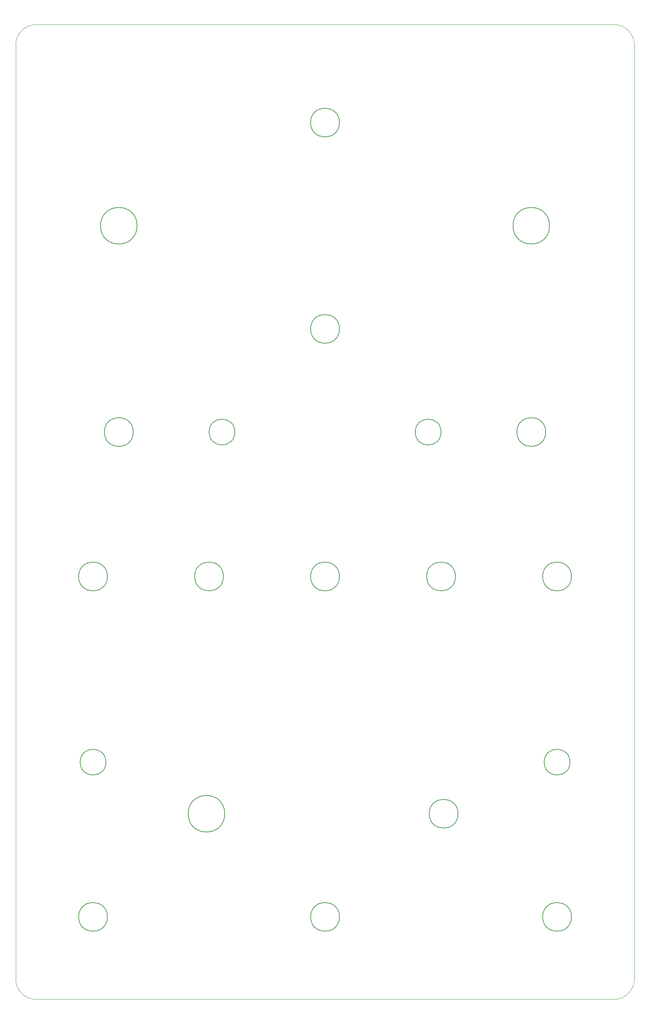
<source format=gm1>
G04 #@! TF.GenerationSoftware,KiCad,Pcbnew,6.0.5+dfsg-1~bpo11+1*
G04 #@! TF.CreationDate,2023-01-16T15:28:36+00:00*
G04 #@! TF.ProjectId,VCF_VCA_BBD_pcb_panel,5643465f-5643-4415-9f42-42445f706362,1.0*
G04 #@! TF.SameCoordinates,Original*
G04 #@! TF.FileFunction,Profile,NP*
%FSLAX46Y46*%
G04 Gerber Fmt 4.6, Leading zero omitted, Abs format (unit mm)*
G04 Created by KiCad (PCBNEW 6.0.5+dfsg-1~bpo11+1) date 2023-01-16 15:28:36*
%MOMM*%
%LPD*%
G01*
G04 APERTURE LIST*
G04 #@! TA.AperFunction,Profile*
%ADD10C,0.150000*%
G04 #@! TD*
G04 #@! TA.AperFunction,Profile*
%ADD11C,0.100000*%
G04 #@! TD*
G04 APERTURE END LIST*
D10*
X241300000Y-120650000D02*
G75*
G03*
X241300000Y-120650000I-3175000J0D01*
G01*
X165475000Y-120650000D02*
G75*
G03*
X165475000Y-120650000I-3550000J0D01*
G01*
X273425000Y-156210000D02*
G75*
G03*
X273425000Y-156210000I-3550000J0D01*
G01*
X216268293Y-44443749D02*
G75*
G03*
X216268293Y-44443749I-3550000J0D01*
G01*
X273050000Y-201930000D02*
G75*
G03*
X273050000Y-201930000I-3175000J0D01*
G01*
X159125000Y-240030000D02*
G75*
G03*
X159125000Y-240030000I-3550000J0D01*
G01*
X188015000Y-214630000D02*
G75*
G03*
X188015000Y-214630000I-4500000J0D01*
G01*
X159125000Y-156210000D02*
G75*
G03*
X159125000Y-156210000I-3550000J0D01*
G01*
X190500000Y-120650000D02*
G75*
G03*
X190500000Y-120650000I-3175000J0D01*
G01*
X216275000Y-240030000D02*
G75*
G03*
X216275000Y-240030000I-3550000J0D01*
G01*
X268025000Y-69850000D02*
G75*
G03*
X268025000Y-69850000I-4500000J0D01*
G01*
X244850000Y-156210000D02*
G75*
G03*
X244850000Y-156210000I-3550000J0D01*
G01*
X273425000Y-240030000D02*
G75*
G03*
X273425000Y-240030000I-3550000J0D01*
G01*
X166425000Y-69850000D02*
G75*
G03*
X166425000Y-69850000I-4500000J0D01*
G01*
D11*
X136525000Y-255270000D02*
G75*
G03*
X141605000Y-260350000I5080000J0D01*
G01*
D10*
X158750000Y-201930000D02*
G75*
G03*
X158750000Y-201930000I-3175000J0D01*
G01*
X216275000Y-95250000D02*
G75*
G03*
X216275000Y-95250000I-3550000J0D01*
G01*
D11*
X288925002Y-255270002D02*
X288925002Y-25400000D01*
D10*
X245485000Y-214630000D02*
G75*
G03*
X245485000Y-214630000I-3550000J0D01*
G01*
X187700000Y-156210000D02*
G75*
G03*
X187700000Y-156210000I-3550000J0D01*
G01*
D11*
X141605000Y-20320000D02*
G75*
G03*
X136525000Y-25400000I0J-5080000D01*
G01*
D10*
X267070411Y-120643717D02*
G75*
G03*
X267070411Y-120643717I-3550000J0D01*
G01*
D11*
X283845000Y-20320000D02*
X141605000Y-20320000D01*
X288925000Y-25400000D02*
G75*
G03*
X283845000Y-20320000I-5080000J0D01*
G01*
D10*
X216275000Y-156210000D02*
G75*
G03*
X216275000Y-156210000I-3550000J0D01*
G01*
D11*
X136525000Y-25400000D02*
X136525000Y-255270000D01*
X283845002Y-260350002D02*
G75*
G03*
X288925002Y-255270002I-2J5080002D01*
G01*
X141605000Y-260350000D02*
X283845002Y-260350000D01*
M02*

</source>
